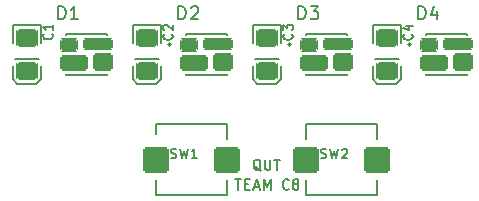
<source format=gto>
G04 --- HEADER BEGIN --- *
G04 #@! TF.GenerationSoftware,LibrePCB,LibrePCB,1.1.0*
G04 #@! TF.CreationDate,2024-04-23T21:30:37*
G04 #@! TF.ProjectId,interfaceboard,7d1f5418-6340-4453-96b2-d8471fb3e645,version_1*
G04 #@! TF.Part,Single*
G04 #@! TF.SameCoordinates*
G04 #@! TF.FileFunction,Legend,Top*
G04 #@! TF.FilePolarity,Positive*
%FSLAX66Y66*%
%MOMM*%
G01*
G75*
G04 --- HEADER END --- *
G04 --- APERTURE LIST BEGIN --- *
%ADD10C,0.127*%
%ADD11C,0.2*%
%ADD12C,0.2032*%
%ADD13C,0.15*%
%ADD14C,0.1905*%
%AMROUNDEDRECT15*20,1,1.4032,-1.1,0.0,1.1,0.0,0.0*20,1,1.2,-1.2016,0.0,1.2016,0.0,0.0*1,1,0.2032,-1.1,0.6*1,1,0.2032,1.1,0.6*1,1,0.2032,1.1,-0.6*1,1,0.2032,-1.1,-0.6*%
%ADD15ROUNDEDRECT15*%
%AMROUNDEDRECT16*20,1,1.5032,-0.75,0.0,0.75,0.0,0.0*20,1,1.3,-0.8516,0.0,0.8516,0.0,0.0*1,1,0.2032,-0.75,0.65*1,1,0.2032,0.75,0.65*1,1,0.2032,0.75,-0.65*1,1,0.2032,-0.75,-0.65*%
%ADD16ROUNDEDRECT16*%
%AMROUNDEDRECT17*20,1,1.0032,-1.2,0.0,1.2,0.0,0.0*20,1,0.8,-1.3016,0.0,1.3016,0.0,0.0*1,1,0.2032,-1.2,0.4*1,1,0.2032,1.2,0.4*1,1,0.2032,1.2,-0.4*1,1,0.2032,-1.2,-0.4*%
%ADD17ROUNDEDRECT17*%
%AMROUNDEDRECT18*20,1,1.1032,-0.65,0.0,0.65,0.0,0.0*20,1,0.9,-0.7516,0.0,0.7516,0.0,0.0*1,1,0.2032,-0.65,0.45*1,1,0.2032,0.65,0.45*1,1,0.2032,0.65,-0.45*1,1,0.2032,-0.65,-0.45*%
%ADD18ROUNDEDRECT18*%
%AMROUNDEDRECT19*20,1,1.6032,-0.8,0.0,0.8,0.0,0.0*20,1,1.4,-0.9016,0.0,0.9016,0.0,0.0*1,1,0.2032,-0.8,0.7*1,1,0.2032,0.8,0.7*1,1,0.2032,0.8,-0.7*1,1,0.2032,-0.8,-0.7*%
%ADD19ROUNDEDRECT19*%
%AMROUNDEDRECT20*20,1,2.2032,-1.0,0.0,1.0,0.0,0.0*20,1,2.0,-1.1016,0.0,1.1016,0.0,0.0*1,1,0.2032,-1.0,1.0*1,1,0.2032,1.0,1.0*1,1,0.2032,1.0,-1.0*1,1,0.2032,-1.0,-1.0*%
%ADD20ROUNDEDRECT20*%
%ADD21C,0.5532*%
%ADD22C,3.2032*%
G04 --- APERTURE LIST END --- *
G04 --- BOARD BEGIN --- *
D10*
G04 #@! TO.C,D1*
X25880000Y50450000D02*
X25880000Y50320000D01*
X22380000Y50320000D01*
X22380000Y50450000D01*
X22380000Y53690000D02*
X22380000Y53820000D01*
X25880000Y53820000D01*
X25880000Y53690000D01*
D11*
X21080000Y52920000D02*
G02*
X20880000Y52920000I-100000J0D01*
G01*
G02*
X21080000Y52920000I100000J0D01*
G01*
D10*
G04 #@! TO.C,D3*
X46200000Y50450000D02*
X46200000Y50320000D01*
X42700000Y50320000D01*
X42700000Y50450000D01*
X42700000Y53690000D02*
X42700000Y53820000D01*
X46200000Y53820000D01*
X46200000Y53690000D01*
D11*
X41400000Y52920000D02*
G02*
X41200000Y52920000I-100000J0D01*
G01*
G02*
X41400000Y52920000I100000J0D01*
G01*
D10*
G04 #@! TO.C,D2*
X36040000Y50450000D02*
X36040000Y50320000D01*
X32540000Y50320000D01*
X32540000Y50450000D01*
X32540000Y53690000D02*
X32540000Y53820000D01*
X36040000Y53820000D01*
X36040000Y53690000D01*
D11*
X31240000Y52920000D02*
G02*
X31040000Y52920000I-100000J0D01*
G01*
G02*
X31240000Y52920000I100000J0D01*
G01*
D12*
G04 #@! TO.C,C1*
X17850000Y53070000D02*
X17850000Y54570000D01*
X20250000Y54570000D01*
X20250000Y53070000D01*
X17850000Y51070000D02*
X17850000Y49970000D01*
X18250000Y49570000D01*
X19850000Y49570000D01*
X20250000Y49970000D01*
X20250000Y51070000D01*
D10*
X20066000Y51689000D02*
X18034000Y51689000D01*
G04 #@! TO.C,D4*
X56360000Y50450000D02*
X56360000Y50320000D01*
X52860000Y50320000D01*
X52860000Y50450000D01*
X52860000Y53690000D02*
X52860000Y53820000D01*
X56360000Y53820000D01*
X56360000Y53690000D01*
D11*
X51560000Y52920000D02*
G02*
X51360000Y52920000I-100000J0D01*
G01*
G02*
X51560000Y52920000I100000J0D01*
G01*
D12*
G04 #@! TO.C,SW1*
X30020000Y44880000D02*
X30020000Y46180000D01*
X36020000Y46180000D01*
X36020000Y44880000D01*
X36020000Y41480000D02*
X36020000Y40180000D01*
X30020000Y40180000D01*
X30020000Y41480000D01*
G04 #@! TO.C,C4*
X48330000Y53070000D02*
X48330000Y54570000D01*
X50730000Y54570000D01*
X50730000Y53070000D01*
X48330000Y51070000D02*
X48330000Y49970000D01*
X48730000Y49570000D01*
X50330000Y49570000D01*
X50730000Y49970000D01*
X50730000Y51070000D01*
D10*
X50546000Y51689000D02*
X48514000Y51689000D01*
D12*
G04 #@! TO.C,C3*
X38170000Y53070000D02*
X38170000Y54570000D01*
X40570000Y54570000D01*
X40570000Y53070000D01*
X38170000Y51070000D02*
X38170000Y49970000D01*
X38570000Y49570000D01*
X40170000Y49570000D01*
X40570000Y49970000D01*
X40570000Y51070000D01*
D10*
X40386000Y51689000D02*
X38354000Y51689000D01*
D12*
G04 #@! TO.C,C2*
X28010000Y53070000D02*
X28010000Y54570000D01*
X30410000Y54570000D01*
X30410000Y53070000D01*
X28010000Y51070000D02*
X28010000Y49970000D01*
X28410000Y49570000D01*
X30010000Y49570000D01*
X30410000Y49970000D01*
X30410000Y51070000D01*
D10*
X30226000Y51689000D02*
X28194000Y51689000D01*
D12*
G04 #@! TO.C,SW2*
X42720000Y44880000D02*
X42720000Y46180000D01*
X48720000Y46180000D01*
X48720000Y44880000D01*
X48720000Y41480000D02*
X48720000Y40180000D01*
X42720000Y40180000D01*
X42720000Y41480000D01*
D13*
G04 #@! TD*
X38862565Y42238322D02*
X38780043Y42279583D01*
X38697522Y42362105D01*
X38574699Y42484928D01*
X38492177Y42526189D01*
X38409655Y42526189D01*
X38450916Y42320844D02*
X38369354Y42362105D01*
X38286832Y42444627D01*
X38245571Y42608711D01*
X38245571Y42896577D01*
X38286832Y43060661D01*
X38369354Y43143183D01*
X38450916Y43184444D01*
X38615959Y43184444D01*
X38697522Y43143183D01*
X38780043Y43060661D01*
X38821304Y42896577D01*
X38821304Y42608711D01*
X38780043Y42444627D01*
X38697522Y42362105D01*
X38615959Y42320844D01*
X38450916Y42320844D01*
X39185285Y43184444D02*
X39185285Y42484928D01*
X39226546Y42403366D01*
X39267807Y42362105D01*
X39349369Y42320844D01*
X39514413Y42320844D01*
X39596934Y42362105D01*
X39637236Y42403366D01*
X39678497Y42484928D01*
X39678497Y43184444D01*
X40001217Y43184444D02*
X40494429Y43184444D01*
X40247823Y42320844D02*
X40247823Y43184444D01*
X36687115Y41499156D02*
X37180327Y41499156D01*
X36933721Y40635556D02*
X36933721Y41499156D01*
X37503047Y41087507D02*
X37790914Y41087507D01*
X37914696Y40635556D02*
X37503047Y40635556D01*
X37503047Y41499156D01*
X37914696Y41499156D01*
X38319938Y40882162D02*
X38730628Y40882162D01*
X38237416Y40635556D02*
X38525283Y41499156D01*
X38813149Y40635556D01*
X39135869Y40635556D02*
X39135869Y41499156D01*
X39423736Y40882162D01*
X39711602Y41499156D01*
X39711602Y40635556D01*
X41236953Y40718078D02*
X41195693Y40676817D01*
X41072869Y40635556D01*
X40990348Y40635556D01*
X40866565Y40676817D01*
X40785003Y40759339D01*
X40743742Y40840901D01*
X40702481Y41005944D01*
X40702481Y41128768D01*
X40743742Y41293811D01*
X40785003Y41375373D01*
X40866565Y41457895D01*
X40990348Y41499156D01*
X41072869Y41499156D01*
X41195693Y41457895D01*
X41236953Y41416634D01*
X41723757Y41128768D02*
X41642195Y41170028D01*
X41600934Y41211289D01*
X41559673Y41293811D01*
X41559673Y41335072D01*
X41600934Y41416634D01*
X41642195Y41457895D01*
X41723757Y41499156D01*
X41888801Y41499156D01*
X41971322Y41457895D01*
X42011624Y41416634D01*
X42052885Y41335072D01*
X42052885Y41293811D01*
X42011624Y41211289D01*
X41971322Y41170028D01*
X41888801Y41128768D01*
X41723757Y41128768D01*
X41642195Y41087507D01*
X41600934Y41047205D01*
X41559673Y40964684D01*
X41559673Y40799640D01*
X41600934Y40718078D01*
X41642195Y40676817D01*
X41723757Y40635556D01*
X41888801Y40635556D01*
X41971322Y40676817D01*
X42011624Y40718078D01*
X42052885Y40799640D01*
X42052885Y40964684D01*
X42011624Y41047205D01*
X41971322Y41087507D01*
X41888801Y41128768D01*
D14*
G04 #@! TO.C,D1*
X21730000Y55070000D02*
X21730000Y56149500D01*
X21986681Y56149500D01*
X22141409Y56097924D01*
X22244562Y55994772D01*
X22294938Y55892819D01*
X22346514Y55686514D01*
X22346514Y55532986D01*
X22294938Y55326681D01*
X22244562Y55224728D01*
X22141409Y55121576D01*
X21986681Y55070000D01*
X21730000Y55070000D01*
X23369428Y55070000D02*
X22752914Y55070000D01*
X23061171Y55070000D02*
X23061171Y56149500D01*
X22958019Y55994772D01*
X22856066Y55892819D01*
X22752914Y55841243D01*
G04 #@! TO.C,D3*
X42050000Y55070000D02*
X42050000Y56149500D01*
X42306681Y56149500D01*
X42461409Y56097924D01*
X42564562Y55994772D01*
X42614938Y55892819D01*
X42666514Y55686514D01*
X42666514Y55532986D01*
X42614938Y55326681D01*
X42564562Y55224728D01*
X42461409Y55121576D01*
X42306681Y55070000D01*
X42050000Y55070000D01*
X43072914Y56149500D02*
X43741005Y56149500D01*
X43381171Y55738091D01*
X43535900Y55738091D01*
X43637852Y55686514D01*
X43689428Y55634938D01*
X43741005Y55532986D01*
X43741005Y55275105D01*
X43689428Y55173152D01*
X43637852Y55121576D01*
X43535900Y55070000D01*
X43227642Y55070000D01*
X43124490Y55121576D01*
X43072914Y55173152D01*
G04 #@! TO.C,D2*
X31890000Y55070000D02*
X31890000Y56149500D01*
X32146681Y56149500D01*
X32301409Y56097924D01*
X32404562Y55994772D01*
X32454938Y55892819D01*
X32506514Y55686514D01*
X32506514Y55532986D01*
X32454938Y55326681D01*
X32404562Y55224728D01*
X32301409Y55121576D01*
X32146681Y55070000D01*
X31890000Y55070000D01*
X32964490Y56046348D02*
X33016066Y56097924D01*
X33118019Y56149500D01*
X33375900Y56149500D01*
X33477852Y56097924D01*
X33529428Y56046348D01*
X33581005Y55944395D01*
X33581005Y55841243D01*
X33529428Y55686514D01*
X32912914Y55070000D01*
X33581005Y55070000D01*
D13*
G04 #@! TO.C,C1*
X21154556Y53843111D02*
X21192778Y53804889D01*
X21231000Y53691111D01*
X21231000Y53614667D01*
X21192778Y53500000D01*
X21116333Y53424444D01*
X21040778Y53386222D01*
X20887889Y53348000D01*
X20774111Y53348000D01*
X20621222Y53386222D01*
X20545667Y53424444D01*
X20469222Y53500000D01*
X20431000Y53614667D01*
X20431000Y53691111D01*
X20469222Y53804889D01*
X20507444Y53843111D01*
X21231000Y54610000D02*
X21231000Y54153111D01*
X21231000Y54381555D02*
X20431000Y54381555D01*
X20545667Y54305111D01*
X20621222Y54229555D01*
X20659444Y54153111D01*
D14*
G04 #@! TO.C,D4*
X52210000Y55070000D02*
X52210000Y56149500D01*
X52466681Y56149500D01*
X52621409Y56097924D01*
X52724562Y55994772D01*
X52774938Y55892819D01*
X52826514Y55686514D01*
X52826514Y55532986D01*
X52774938Y55326681D01*
X52724562Y55224728D01*
X52621409Y55121576D01*
X52466681Y55070000D01*
X52210000Y55070000D01*
X53747476Y55789667D02*
X53747476Y55070000D01*
X53489595Y56201076D02*
X53232914Y55429833D01*
X53901005Y55429833D01*
D13*
G04 #@! TO.C,SW1*
X31242000Y43345222D02*
X31356667Y43307000D01*
X31546889Y43307000D01*
X31623333Y43345222D01*
X31660667Y43383444D01*
X31698889Y43459000D01*
X31698889Y43535444D01*
X31660667Y43611889D01*
X31623333Y43650111D01*
X31546889Y43688333D01*
X31394000Y43725667D01*
X31318444Y43763889D01*
X31280222Y43802111D01*
X31242000Y43878556D01*
X31242000Y43955000D01*
X31280222Y44030556D01*
X31318444Y44068778D01*
X31394000Y44107000D01*
X31585111Y44107000D01*
X31698889Y44068778D01*
X32008889Y44107000D02*
X32199111Y43307000D01*
X32352000Y43878556D01*
X32504000Y43307000D01*
X32694222Y44107000D01*
X33461111Y43307000D02*
X33004222Y43307000D01*
X33232666Y43307000D02*
X33232666Y44107000D01*
X33156222Y43992333D01*
X33080666Y43916778D01*
X33004222Y43878556D01*
G04 #@! TO.C,C4*
X51634556Y53804889D02*
X51672778Y53766667D01*
X51711000Y53652889D01*
X51711000Y53576445D01*
X51672778Y53461778D01*
X51596333Y53386222D01*
X51520778Y53348000D01*
X51367889Y53309778D01*
X51254111Y53309778D01*
X51101222Y53348000D01*
X51025667Y53386222D01*
X50949222Y53461778D01*
X50911000Y53576445D01*
X50911000Y53652889D01*
X50949222Y53766667D01*
X50987444Y53804889D01*
X51177667Y54496222D02*
X51711000Y54496222D01*
X50872778Y54305111D02*
X51444333Y54114889D01*
X51444333Y54610000D01*
G04 #@! TO.C,C3*
X41474556Y53804889D02*
X41512778Y53766667D01*
X41551000Y53652889D01*
X41551000Y53576445D01*
X41512778Y53461778D01*
X41436333Y53386222D01*
X41360778Y53348000D01*
X41207889Y53309778D01*
X41094111Y53309778D01*
X40941222Y53348000D01*
X40865667Y53386222D01*
X40789222Y53461778D01*
X40751000Y53576445D01*
X40751000Y53652889D01*
X40789222Y53766667D01*
X40827444Y53804889D01*
X40751000Y54114889D02*
X40751000Y54610000D01*
X41055889Y54343333D01*
X41055889Y54458000D01*
X41094111Y54533556D01*
X41132333Y54571778D01*
X41207889Y54610000D01*
X41399000Y54610000D01*
X41474556Y54571778D01*
X41512778Y54533556D01*
X41551000Y54458000D01*
X41551000Y54229556D01*
X41512778Y54153111D01*
X41474556Y54114889D01*
G04 #@! TO.C,C2*
X31314556Y53804889D02*
X31352778Y53766667D01*
X31391000Y53652889D01*
X31391000Y53576445D01*
X31352778Y53461778D01*
X31276333Y53386222D01*
X31200778Y53348000D01*
X31047889Y53309778D01*
X30934111Y53309778D01*
X30781222Y53348000D01*
X30705667Y53386222D01*
X30629222Y53461778D01*
X30591000Y53576445D01*
X30591000Y53652889D01*
X30629222Y53766667D01*
X30667444Y53804889D01*
X30667444Y54153111D02*
X30629222Y54191333D01*
X30591000Y54266889D01*
X30591000Y54458000D01*
X30629222Y54533556D01*
X30667444Y54571778D01*
X30743000Y54610000D01*
X30819444Y54610000D01*
X30934111Y54571778D01*
X31391000Y54114889D01*
X31391000Y54610000D01*
G04 #@! TO.C,SW2*
X43942000Y43345222D02*
X44056667Y43307000D01*
X44246889Y43307000D01*
X44323333Y43345222D01*
X44360667Y43383444D01*
X44398889Y43459000D01*
X44398889Y43535444D01*
X44360667Y43611889D01*
X44323333Y43650111D01*
X44246889Y43688333D01*
X44094000Y43725667D01*
X44018444Y43763889D01*
X43980222Y43802111D01*
X43942000Y43878556D01*
X43942000Y43955000D01*
X43980222Y44030556D01*
X44018444Y44068778D01*
X44094000Y44107000D01*
X44285111Y44107000D01*
X44398889Y44068778D01*
X44708889Y44107000D02*
X44899111Y43307000D01*
X45052000Y43878556D01*
X45204000Y43307000D01*
X45394222Y44107000D01*
X45742444Y44030556D02*
X45780666Y44068778D01*
X45856222Y44107000D01*
X46047333Y44107000D01*
X46122889Y44068778D01*
X46161111Y44030556D01*
X46199333Y43955000D01*
X46199333Y43878556D01*
X46161111Y43763889D01*
X45704222Y43307000D01*
X46199333Y43307000D01*
%LPC*%
D15*
G04 #@! TO.C,D1*
X23080000Y51370000D03*
D16*
X25530000Y51420000D03*
D17*
X25080000Y52970000D03*
D18*
X22630000Y52920000D03*
D15*
G04 #@! TO.C,D3*
X43400000Y51370000D03*
D16*
X45850000Y51420000D03*
D17*
X45400000Y52970000D03*
D18*
X42950000Y52920000D03*
D15*
G04 #@! TO.C,D2*
X33240000Y51370000D03*
D16*
X35690000Y51420000D03*
D17*
X35240000Y52970000D03*
D18*
X32790000Y52920000D03*
D19*
G04 #@! TO.C,C1*
X19050000Y50670000D03*
X19050000Y53470000D03*
D15*
G04 #@! TO.C,D4*
X53560000Y51370000D03*
D16*
X56010000Y51420000D03*
D17*
X55560000Y52970000D03*
D18*
X53110000Y52920000D03*
D20*
G04 #@! TO.C,SW1*
X36020000Y43180000D03*
X30020000Y43180000D03*
D19*
G04 #@! TO.C,C4*
X49530000Y50670000D03*
X49530000Y53470000D03*
G04 #@! TO.C,C3*
X39370000Y50670000D03*
X39370000Y53470000D03*
G04 #@! TO.C,C2*
X29210000Y50670000D03*
X29210000Y53470000D03*
D20*
G04 #@! TO.C,SW2*
X48720000Y43180000D03*
X42720000Y43180000D03*
D21*
G04 #@! TD*
X57150000Y54610000D03*
X26670000Y54610000D03*
X40640000Y46990000D03*
X46990000Y54610000D03*
X21000000Y53000000D03*
X41910000Y46990000D03*
X38100000Y46990000D03*
X30000000Y45000000D03*
X41000000Y43000000D03*
X36830000Y54610000D03*
D22*
X52070000Y45720000D03*
X26670000Y45720000D03*
G04 --- BOARD END --- *
G04 #@! TF.MD5,e1225cd328ae987d280bd5c0e8e7e97b*
M02*

</source>
